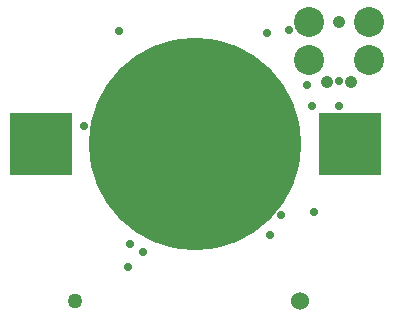
<source format=gbs>
%FSTAX23Y23*%
%MOIN*%
%SFA1B1*%

%IPPOS*%
%AMD57*
4,1,8,0.098400,0.200800,-0.098400,0.200800,-0.200800,0.098400,-0.200800,-0.098400,-0.098400,-0.200800,0.098400,-0.200800,0.200800,-0.098400,0.200800,0.098400,0.098400,0.200800,0.0*
1,1,0.204860,0.098400,0.098400*
1,1,0.204860,-0.098400,0.098400*
1,1,0.204860,-0.098400,-0.098400*
1,1,0.204860,0.098400,-0.098400*
%
%ADD28C,0.050000*%
%ADD29C,0.060000*%
%ADD52C,0.042000*%
%ADD53C,0.100000*%
%ADD54C,0.028000*%
%ADD55C,0.058000*%
%ADD56C,0.708660*%
G04~CAMADD=57~8~0.0~0.0~4017.0~4017.0~1024.3~0.0~15~0.0~0.0~0.0~0.0~0~0.0~0.0~0.0~0.0~0~0.0~0.0~0.0~0.0~4017.0~4017.0*
%ADD57D57*%
%ADD58R,0.208000X0.208000*%
%LNpumpminder_v2-1*%
%LPD*%
G54D28*
X0125Y0125D03*
G54D29*
X02Y0125D03*
G54D52*
X0213Y0218D03*
X0217Y0198D03*
X0209D03*
G54D53*
X0203Y0218D03*
X0223D03*
Y02055D03*
X0203D03*
G54D54*
X01398Y02151D03*
X0128Y01834D03*
X01476Y01415D03*
X01428Y01366D03*
X01433Y0144D03*
X01901Y01471D03*
X01938Y01537D03*
X02039Y019D03*
X02045Y01548D03*
X01963Y02155D03*
X02023Y01972D03*
X0189Y02144D03*
X02129Y01985D03*
Y01901D03*
G54D55*
X01908Y01897D03*
X01372Y01684D03*
X01645Y02018D03*
G54D56*
X0165Y01775D03*
G54D57*
X0165Y01775D03*
G54D58*
X01135Y01775D03*
X02165D03*
M02*
</source>
